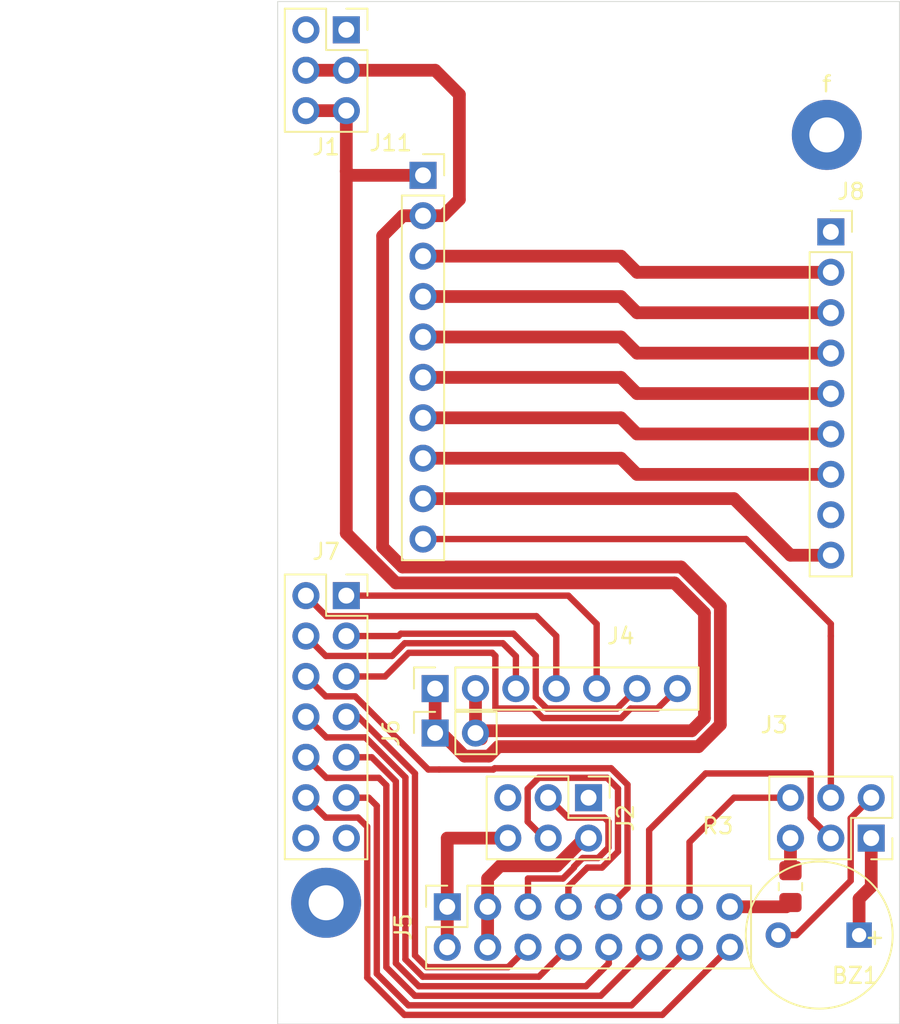
<source format=kicad_pcb>
(kicad_pcb (version 20171130) (host pcbnew "(5.1.7)-1")

  (general
    (thickness 1.6)
    (drawings 17)
    (tracks 200)
    (zones 0)
    (modules 13)
    (nets 38)
  )

  (page A4)
  (layers
    (0 F.Cu signal)
    (31 B.Cu signal)
    (32 B.Adhes user)
    (33 F.Adhes user)
    (34 B.Paste user)
    (35 F.Paste user)
    (36 B.SilkS user)
    (37 F.SilkS user)
    (38 B.Mask user)
    (39 F.Mask user)
    (40 Dwgs.User user)
    (41 Cmts.User user)
    (42 Eco1.User user)
    (43 Eco2.User user)
    (44 Edge.Cuts user)
    (45 Margin user)
    (46 B.CrtYd user)
    (47 F.CrtYd user)
    (48 B.Fab user)
    (49 F.Fab user)
  )

  (setup
    (last_trace_width 0.4)
    (trace_clearance 0.2)
    (zone_clearance 0.508)
    (zone_45_only no)
    (trace_min 0.2)
    (via_size 0.8)
    (via_drill 0.4)
    (via_min_size 0.4)
    (via_min_drill 0.3)
    (uvia_size 0.3)
    (uvia_drill 0.1)
    (uvias_allowed no)
    (uvia_min_size 0.2)
    (uvia_min_drill 0.1)
    (edge_width 0.05)
    (segment_width 0.2)
    (pcb_text_width 0.3)
    (pcb_text_size 1.5 1.5)
    (mod_edge_width 0.12)
    (mod_text_size 1 1)
    (mod_text_width 0.15)
    (pad_size 1.524 1.524)
    (pad_drill 0.762)
    (pad_to_mask_clearance 0)
    (aux_axis_origin 124.714 81.788)
    (visible_elements 7FFFFFFF)
    (pcbplotparams
      (layerselection 0x210a0_7fffffff)
      (usegerberextensions false)
      (usegerberattributes true)
      (usegerberadvancedattributes true)
      (creategerberjobfile false)
      (excludeedgelayer true)
      (linewidth 0.100000)
      (plotframeref false)
      (viasonmask false)
      (mode 1)
      (useauxorigin true)
      (hpglpennumber 1)
      (hpglpenspeed 20)
      (hpglpendiameter 15.000000)
      (psnegative false)
      (psa4output false)
      (plotreference false)
      (plotvalue false)
      (plotinvisibletext false)
      (padsonsilk true)
      (subtractmaskfromsilk false)
      (outputformat 1)
      (mirror false)
      (drillshape 0)
      (scaleselection 1)
      (outputdirectory "output/"))
  )

  (net 0 "")
  (net 1 /GND)
  (net 2 "Net-(J2-Pad1)")
  (net 3 /RES)
  (net 4 /SDA)
  (net 5 /SCK)
  (net 6 /RS)
  (net 7 /CS)
  (net 8 /M0)
  (net 9 /M1)
  (net 10 /TXD)
  (net 11 /RXD)
  (net 12 /AUX)
  (net 13 /BL)
  (net 14 /VCC)
  (net 15 "Net-(J2-Pad5)")
  (net 16 /BZ)
  (net 17 /A13)
  (net 18 /A11)
  (net 19 /A9)
  (net 20 /A7)
  (net 21 /A5)
  (net 22 /A3)
  (net 23 /D45)
  (net 24 /BLR)
  (net 25 /D33)
  (net 26 "Net-(J7-Pad14)")
  (net 27 "Net-(J7-Pad13)")
  (net 28 "Net-(J5-Pad16)")
  (net 29 "Net-(J5-Pad14)")
  (net 30 "Net-(J5-Pad12)")
  (net 31 "Net-(J5-Pad10)")
  (net 32 "Net-(J5-Pad8)")
  (net 33 "Net-(J8-Pad8)")
  (net 34 "Net-(J8-Pad1)")
  (net 35 "Net-(BZ1-Pad2)")
  (net 36 "Net-(J1-Pad1)")
  (net 37 /D24)

  (net_class Default "This is the default net class."
    (clearance 0.2)
    (trace_width 0.4)
    (via_dia 0.8)
    (via_drill 0.4)
    (uvia_dia 0.3)
    (uvia_drill 0.1)
    (add_net /AUX)
    (add_net /CS)
    (add_net /D24)
    (add_net /D45)
    (add_net /M0)
    (add_net /M1)
    (add_net /RES)
    (add_net /RS)
    (add_net /RXD)
    (add_net /SCK)
    (add_net /SDA)
    (add_net /TXD)
    (add_net "Net-(BZ1-Pad2)")
    (add_net "Net-(J1-Pad1)")
    (add_net "Net-(J2-Pad1)")
    (add_net "Net-(J2-Pad5)")
    (add_net "Net-(J5-Pad10)")
    (add_net "Net-(J5-Pad12)")
    (add_net "Net-(J5-Pad14)")
    (add_net "Net-(J5-Pad16)")
    (add_net "Net-(J5-Pad8)")
    (add_net "Net-(J7-Pad13)")
    (add_net "Net-(J7-Pad14)")
    (add_net "Net-(J8-Pad1)")
    (add_net "Net-(J8-Pad8)")
  )

  (net_class Power ""
    (clearance 0.2)
    (trace_width 0.8)
    (via_dia 0.8)
    (via_drill 0.4)
    (uvia_dia 0.3)
    (uvia_drill 0.1)
    (add_net /A11)
    (add_net /A13)
    (add_net /A3)
    (add_net /A5)
    (add_net /A7)
    (add_net /A9)
    (add_net /BL)
    (add_net /BLR)
    (add_net /BZ)
    (add_net /D33)
    (add_net /GND)
    (add_net /VCC)
  )

  (module MountingHole:MountingHole_2.2mm_M2_Pad (layer F.Cu) (tedit 56D1B4CB) (tstamp 63D296CA)
    (at 127.762 75.184)
    (descr "Mounting Hole 2.2mm, M2")
    (tags "mounting hole 2.2mm m2")
    (attr virtual)
    (fp_text reference e (at -2.032 2.286) (layer F.SilkS) hide
      (effects (font (size 1 1) (thickness 0.15)))
    )
    (fp_text value "" (at 0 3.2) (layer F.Fab) hide
      (effects (font (size 1 1) (thickness 0.15)))
    )
    (fp_text user %R (at 0.3 0) (layer F.Fab) hide
      (effects (font (size 1 1) (thickness 0.15)))
    )
    (fp_circle (center 0 0) (end 2.2 0) (layer Cmts.User) (width 0.15))
    (fp_circle (center 0 0) (end 2.45 0) (layer F.CrtYd) (width 0.05))
    (pad 1 thru_hole circle (at 0 0) (size 4.4 4.4) (drill 2.2) (layers *.Cu *.Mask))
  )

  (module MountingHole:MountingHole_2.2mm_M2_Pad (layer F.Cu) (tedit 56D1B4CB) (tstamp 63D29682)
    (at 159.258 26.924)
    (descr "Mounting Hole 2.2mm, M2")
    (tags "mounting hole 2.2mm m2")
    (attr virtual)
    (fp_text reference f (at 0 -3.2) (layer F.SilkS)
      (effects (font (size 1 1) (thickness 0.15)))
    )
    (fp_text value "" (at 0 3.2) (layer F.Fab) hide
      (effects (font (size 1 1) (thickness 0.15)))
    )
    (fp_text user %R (at 0.3 0) (layer F.Fab) hide
      (effects (font (size 1 1) (thickness 0.15)))
    )
    (fp_circle (center 0 0) (end 2.2 0) (layer Cmts.User) (width 0.15))
    (fp_circle (center 0 0) (end 2.45 0) (layer F.CrtYd) (width 0.05))
    (pad 1 thru_hole circle (at 0 0) (size 4.4 4.4) (drill 2.2) (layers *.Cu *.Mask))
  )

  (module Connector_PinSocket_2.54mm:PinSocket_1x02_P2.54mm_Vertical (layer F.Cu) (tedit 5A19A420) (tstamp 63D2809C)
    (at 134.62 64.516 90)
    (descr "Through hole straight socket strip, 1x02, 2.54mm pitch, single row (from Kicad 4.0.7), script generated")
    (tags "Through hole socket strip THT 1x02 2.54mm single row")
    (path /63F1F757)
    (fp_text reference J6 (at 0 -2.77 90) (layer F.SilkS)
      (effects (font (size 1 1) (thickness 0.15)))
    )
    (fp_text value PWR (at 0 5.31 90) (layer F.Fab)
      (effects (font (size 1 1) (thickness 0.15)))
    )
    (fp_text user %R (at 0 1.27) (layer F.Fab)
      (effects (font (size 1 1) (thickness 0.15)))
    )
    (fp_line (start -1.27 -1.27) (end 0.635 -1.27) (layer F.Fab) (width 0.1))
    (fp_line (start 0.635 -1.27) (end 1.27 -0.635) (layer F.Fab) (width 0.1))
    (fp_line (start 1.27 -0.635) (end 1.27 3.81) (layer F.Fab) (width 0.1))
    (fp_line (start 1.27 3.81) (end -1.27 3.81) (layer F.Fab) (width 0.1))
    (fp_line (start -1.27 3.81) (end -1.27 -1.27) (layer F.Fab) (width 0.1))
    (fp_line (start -1.33 1.27) (end 1.33 1.27) (layer F.SilkS) (width 0.12))
    (fp_line (start -1.33 1.27) (end -1.33 3.87) (layer F.SilkS) (width 0.12))
    (fp_line (start -1.33 3.87) (end 1.33 3.87) (layer F.SilkS) (width 0.12))
    (fp_line (start 1.33 1.27) (end 1.33 3.87) (layer F.SilkS) (width 0.12))
    (fp_line (start 1.33 -1.33) (end 1.33 0) (layer F.SilkS) (width 0.12))
    (fp_line (start 0 -1.33) (end 1.33 -1.33) (layer F.SilkS) (width 0.12))
    (fp_line (start -1.8 -1.8) (end 1.75 -1.8) (layer F.CrtYd) (width 0.05))
    (fp_line (start 1.75 -1.8) (end 1.75 4.3) (layer F.CrtYd) (width 0.05))
    (fp_line (start 1.75 4.3) (end -1.8 4.3) (layer F.CrtYd) (width 0.05))
    (fp_line (start -1.8 4.3) (end -1.8 -1.8) (layer F.CrtYd) (width 0.05))
    (pad 2 thru_hole oval (at 0 2.54 90) (size 1.7 1.7) (drill 1) (layers *.Cu *.Mask)
      (net 14 /VCC))
    (pad 1 thru_hole rect (at 0 0 90) (size 1.7 1.7) (drill 1) (layers *.Cu *.Mask)
      (net 1 /GND))
    (model ${KISYS3DMOD}/Connector_PinSocket_2.54mm.3dshapes/PinSocket_1x02_P2.54mm_Vertical.wrl
      (at (xyz 0 0 0))
      (scale (xyz 1 1 1))
      (rotate (xyz 0 0 0))
    )
  )

  (module Buzzer_Beeper:MagneticBuzzer_PUI_AT-0927-TT-6-R (layer F.Cu) (tedit 5D61BE61) (tstamp 5FA6C8DA)
    (at 160.782 77.216 180)
    (descr "Buzzer Magnetic 9mm AT-0927-TT-6-R, http://www.puiaudio.com/pdf/AT-0927-TT-6-R.pdf")
    (tags "Buzzer Magnetic 9mm AT-0927-TT-6-R")
    (path /5FA7B97D)
    (fp_text reference BZ1 (at -0.254 -2.54) (layer F.SilkS)
      (effects (font (size 1 1) (thickness 0.15)))
    )
    (fp_text value Buzzer (at -0.254 -3.556) (layer F.Fab)
      (effects (font (size 1 1) (thickness 0.15)))
    )
    (fp_circle (center 2 0) (end 6.75 0) (layer F.CrtYd) (width 0.05))
    (fp_circle (center 2 0) (end 6.5 0) (layer F.Fab) (width 0.1))
    (fp_circle (center 2 0) (end 6.62 0) (layer F.SilkS) (width 0.12))
    (fp_text user + (at -1.5 -0.1) (layer F.SilkS)
      (effects (font (size 1 1) (thickness 0.15)))
    )
    (fp_text user + (at -1.5 -0.1) (layer F.Fab)
      (effects (font (size 1 1) (thickness 0.15)))
    )
    (fp_text user %R (at -0.254 -2.54) (layer F.Fab)
      (effects (font (size 1 1) (thickness 0.15)))
    )
    (pad 2 thru_hole circle (at 4.572 0 180) (size 1.6 1.6) (drill 0.9) (layers *.Cu *.Mask)
      (net 35 "Net-(BZ1-Pad2)"))
    (pad 1 thru_hole rect (at -0.508 0 180) (size 1.6 1.6) (drill 0.9) (layers *.Cu *.Mask)
      (net 16 /BZ))
    (model ${KISYS3DMOD}/Buzzer_Beeper.3dshapes/MagneticBuzzer_PUI_AT-0927-TT-6-R.wrl
      (at (xyz 0 0 0))
      (scale (xyz 1 1 1))
      (rotate (xyz 0 0 0))
    )
  )

  (module Connector_PinSocket_2.54mm:PinSocket_2x08_P2.54mm_Vertical (layer F.Cu) (tedit 5A19A42B) (tstamp 63D1B24C)
    (at 135.382 75.438 90)
    (descr "Through hole straight socket strip, 2x08, 2.54mm pitch, double cols (from Kicad 4.0.7), script generated")
    (tags "Through hole socket strip THT 2x08 2.54mm double row")
    (path /63E7E48A)
    (fp_text reference J5 (at -1.27 -2.77 90) (layer F.SilkS)
      (effects (font (size 1 1) (thickness 0.15)))
    )
    (fp_text value DispKB (at -1.27 20.55 90) (layer F.Fab)
      (effects (font (size 1 1) (thickness 0.15)))
    )
    (fp_text user %R (at -1.27 8.89) (layer F.Fab)
      (effects (font (size 1 1) (thickness 0.15)))
    )
    (fp_line (start -3.81 -1.27) (end 0.27 -1.27) (layer F.Fab) (width 0.1))
    (fp_line (start 0.27 -1.27) (end 1.27 -0.27) (layer F.Fab) (width 0.1))
    (fp_line (start 1.27 -0.27) (end 1.27 19.05) (layer F.Fab) (width 0.1))
    (fp_line (start 1.27 19.05) (end -3.81 19.05) (layer F.Fab) (width 0.1))
    (fp_line (start -3.81 19.05) (end -3.81 -1.27) (layer F.Fab) (width 0.1))
    (fp_line (start -3.87 -1.33) (end -1.27 -1.33) (layer F.SilkS) (width 0.12))
    (fp_line (start -3.87 -1.33) (end -3.87 19.11) (layer F.SilkS) (width 0.12))
    (fp_line (start -3.87 19.11) (end 1.33 19.11) (layer F.SilkS) (width 0.12))
    (fp_line (start 1.33 1.27) (end 1.33 19.11) (layer F.SilkS) (width 0.12))
    (fp_line (start -1.27 1.27) (end 1.33 1.27) (layer F.SilkS) (width 0.12))
    (fp_line (start -1.27 -1.33) (end -1.27 1.27) (layer F.SilkS) (width 0.12))
    (fp_line (start 1.33 -1.33) (end 1.33 0) (layer F.SilkS) (width 0.12))
    (fp_line (start 0 -1.33) (end 1.33 -1.33) (layer F.SilkS) (width 0.12))
    (fp_line (start -4.34 -1.8) (end 1.76 -1.8) (layer F.CrtYd) (width 0.05))
    (fp_line (start 1.76 -1.8) (end 1.76 19.55) (layer F.CrtYd) (width 0.05))
    (fp_line (start 1.76 19.55) (end -4.34 19.55) (layer F.CrtYd) (width 0.05))
    (fp_line (start -4.34 19.55) (end -4.34 -1.8) (layer F.CrtYd) (width 0.05))
    (pad 16 thru_hole oval (at -2.54 17.78 90) (size 1.7 1.7) (drill 1) (layers *.Cu *.Mask)
      (net 28 "Net-(J5-Pad16)"))
    (pad 15 thru_hole oval (at 0 17.78 90) (size 1.7 1.7) (drill 1) (layers *.Cu *.Mask)
      (net 13 /BL))
    (pad 14 thru_hole oval (at -2.54 15.24 90) (size 1.7 1.7) (drill 1) (layers *.Cu *.Mask)
      (net 29 "Net-(J5-Pad14)"))
    (pad 13 thru_hole oval (at 0 15.24 90) (size 1.7 1.7) (drill 1) (layers *.Cu *.Mask)
      (net 7 /CS))
    (pad 12 thru_hole oval (at -2.54 12.7 90) (size 1.7 1.7) (drill 1) (layers *.Cu *.Mask)
      (net 30 "Net-(J5-Pad12)"))
    (pad 11 thru_hole oval (at 0 12.7 90) (size 1.7 1.7) (drill 1) (layers *.Cu *.Mask)
      (net 6 /RS))
    (pad 10 thru_hole oval (at -2.54 10.16 90) (size 1.7 1.7) (drill 1) (layers *.Cu *.Mask)
      (net 31 "Net-(J5-Pad10)"))
    (pad 9 thru_hole oval (at 0 10.16 90) (size 1.7 1.7) (drill 1) (layers *.Cu *.Mask)
      (net 3 /RES))
    (pad 8 thru_hole oval (at -2.54 7.62 90) (size 1.7 1.7) (drill 1) (layers *.Cu *.Mask)
      (net 32 "Net-(J5-Pad8)"))
    (pad 7 thru_hole oval (at 0 7.62 90) (size 1.7 1.7) (drill 1) (layers *.Cu *.Mask)
      (net 4 /SDA))
    (pad 6 thru_hole oval (at -2.54 5.08 90) (size 1.7 1.7) (drill 1) (layers *.Cu *.Mask)
      (net 37 /D24))
    (pad 5 thru_hole oval (at 0 5.08 90) (size 1.7 1.7) (drill 1) (layers *.Cu *.Mask)
      (net 5 /SCK))
    (pad 4 thru_hole oval (at -2.54 2.54 90) (size 1.7 1.7) (drill 1) (layers *.Cu *.Mask)
      (net 14 /VCC))
    (pad 3 thru_hole oval (at 0 2.54 90) (size 1.7 1.7) (drill 1) (layers *.Cu *.Mask)
      (net 14 /VCC))
    (pad 2 thru_hole oval (at -2.54 0 90) (size 1.7 1.7) (drill 1) (layers *.Cu *.Mask)
      (net 1 /GND))
    (pad 1 thru_hole rect (at 0 0 90) (size 1.7 1.7) (drill 1) (layers *.Cu *.Mask)
      (net 1 /GND))
    (model ${KISYS3DMOD}/Connector_PinSocket_2.54mm.3dshapes/PinSocket_2x08_P2.54mm_Vertical.wrl
      (at (xyz 0 0 0))
      (scale (xyz 1 1 1))
      (rotate (xyz 0 0 0))
    )
  )

  (module Connector_PinSocket_2.54mm:PinSocket_2x07_P2.54mm_Vertical (layer F.Cu) (tedit 5A19A421) (tstamp 63D29771)
    (at 129.032 55.88)
    (descr "Through hole straight socket strip, 2x07, 2.54mm pitch, double cols (from Kicad 4.0.7), script generated")
    (tags "Through hole socket strip THT 2x07 2.54mm double row")
    (path /63D198B1)
    (fp_text reference J7 (at -1.27 -2.77) (layer F.SilkS)
      (effects (font (size 1 1) (thickness 0.15)))
    )
    (fp_text value Conn_02x07_Odd_Even (at -13.208 10.668) (layer F.Fab)
      (effects (font (size 1 1) (thickness 0.15)))
    )
    (fp_text user %R (at -1.27 7.62 90) (layer F.Fab)
      (effects (font (size 1 1) (thickness 0.15)))
    )
    (fp_line (start -3.81 -1.27) (end 0.27 -1.27) (layer F.Fab) (width 0.1))
    (fp_line (start 0.27 -1.27) (end 1.27 -0.27) (layer F.Fab) (width 0.1))
    (fp_line (start 1.27 -0.27) (end 1.27 16.51) (layer F.Fab) (width 0.1))
    (fp_line (start 1.27 16.51) (end -3.81 16.51) (layer F.Fab) (width 0.1))
    (fp_line (start -3.81 16.51) (end -3.81 -1.27) (layer F.Fab) (width 0.1))
    (fp_line (start -3.87 -1.33) (end -1.27 -1.33) (layer F.SilkS) (width 0.12))
    (fp_line (start -3.87 -1.33) (end -3.87 16.57) (layer F.SilkS) (width 0.12))
    (fp_line (start -3.87 16.57) (end 1.33 16.57) (layer F.SilkS) (width 0.12))
    (fp_line (start 1.33 1.27) (end 1.33 16.57) (layer F.SilkS) (width 0.12))
    (fp_line (start -1.27 1.27) (end 1.33 1.27) (layer F.SilkS) (width 0.12))
    (fp_line (start -1.27 -1.33) (end -1.27 1.27) (layer F.SilkS) (width 0.12))
    (fp_line (start 1.33 -1.33) (end 1.33 0) (layer F.SilkS) (width 0.12))
    (fp_line (start 0 -1.33) (end 1.33 -1.33) (layer F.SilkS) (width 0.12))
    (fp_line (start -4.34 -1.8) (end 1.76 -1.8) (layer F.CrtYd) (width 0.05))
    (fp_line (start 1.76 -1.8) (end 1.76 17) (layer F.CrtYd) (width 0.05))
    (fp_line (start 1.76 17) (end -4.34 17) (layer F.CrtYd) (width 0.05))
    (fp_line (start -4.34 17) (end -4.34 -1.8) (layer F.CrtYd) (width 0.05))
    (pad 14 thru_hole oval (at -2.54 15.24) (size 1.7 1.7) (drill 1) (layers *.Cu *.Mask)
      (net 26 "Net-(J7-Pad14)"))
    (pad 13 thru_hole oval (at 0 15.24) (size 1.7 1.7) (drill 1) (layers *.Cu *.Mask)
      (net 27 "Net-(J7-Pad13)"))
    (pad 12 thru_hole oval (at -2.54 12.7) (size 1.7 1.7) (drill 1) (layers *.Cu *.Mask)
      (net 28 "Net-(J5-Pad16)"))
    (pad 11 thru_hole oval (at 0 12.7) (size 1.7 1.7) (drill 1) (layers *.Cu *.Mask)
      (net 29 "Net-(J5-Pad14)"))
    (pad 10 thru_hole oval (at -2.54 10.16) (size 1.7 1.7) (drill 1) (layers *.Cu *.Mask)
      (net 30 "Net-(J5-Pad12)"))
    (pad 9 thru_hole oval (at 0 10.16) (size 1.7 1.7) (drill 1) (layers *.Cu *.Mask)
      (net 31 "Net-(J5-Pad10)"))
    (pad 8 thru_hole oval (at -2.54 7.62) (size 1.7 1.7) (drill 1) (layers *.Cu *.Mask)
      (net 32 "Net-(J5-Pad8)"))
    (pad 7 thru_hole oval (at 0 7.62) (size 1.7 1.7) (drill 1) (layers *.Cu *.Mask)
      (net 37 /D24))
    (pad 6 thru_hole oval (at -2.54 5.08) (size 1.7 1.7) (drill 1) (layers *.Cu *.Mask)
      (net 3 /RES))
    (pad 5 thru_hole oval (at 0 5.08) (size 1.7 1.7) (drill 1) (layers *.Cu *.Mask)
      (net 8 /M0))
    (pad 4 thru_hole oval (at -2.54 2.54) (size 1.7 1.7) (drill 1) (layers *.Cu *.Mask)
      (net 12 /AUX))
    (pad 3 thru_hole oval (at 0 2.54) (size 1.7 1.7) (drill 1) (layers *.Cu *.Mask)
      (net 9 /M1))
    (pad 2 thru_hole oval (at -2.54 0) (size 1.7 1.7) (drill 1) (layers *.Cu *.Mask)
      (net 11 /RXD))
    (pad 1 thru_hole rect (at 0 0) (size 1.7 1.7) (drill 1) (layers *.Cu *.Mask)
      (net 10 /TXD))
    (model ${KISYS3DMOD}/Connector_PinSocket_2.54mm.3dshapes/PinSocket_2x07_P2.54mm_Vertical.wrl
      (at (xyz 0 0 0))
      (scale (xyz 1 1 1))
      (rotate (xyz 0 0 0))
    )
  )

  (module Connector_PinSocket_2.54mm:PinSocket_1x09_P2.54mm_Vertical (layer F.Cu) (tedit 5A19A431) (tstamp 5FBF1407)
    (at 159.512 33.02)
    (descr "Through hole straight socket strip, 1x09, 2.54mm pitch, single row (from Kicad 4.0.7), script generated")
    (tags "Through hole socket strip THT 1x09 2.54mm single row")
    (path /5FD2FF4E)
    (fp_text reference J8 (at 1.27 -2.54) (layer F.SilkS)
      (effects (font (size 1 1) (thickness 0.15)))
    )
    (fp_text value A1-D33 (at 2.54 5.08 270 unlocked) (layer F.Fab)
      (effects (font (size 1 1) (thickness 0.15)))
    )
    (fp_line (start -1.8 22.1) (end -1.8 -1.8) (layer F.CrtYd) (width 0.05))
    (fp_line (start 1.75 22.1) (end -1.8 22.1) (layer F.CrtYd) (width 0.05))
    (fp_line (start 1.75 -1.8) (end 1.75 22.1) (layer F.CrtYd) (width 0.05))
    (fp_line (start -1.8 -1.8) (end 1.75 -1.8) (layer F.CrtYd) (width 0.05))
    (fp_line (start 0 -1.33) (end 1.33 -1.33) (layer F.SilkS) (width 0.12))
    (fp_line (start 1.33 -1.33) (end 1.33 0) (layer F.SilkS) (width 0.12))
    (fp_line (start 1.33 1.27) (end 1.33 21.65) (layer F.SilkS) (width 0.12))
    (fp_line (start -1.33 21.65) (end 1.33 21.65) (layer F.SilkS) (width 0.12))
    (fp_line (start -1.33 1.27) (end -1.33 21.65) (layer F.SilkS) (width 0.12))
    (fp_line (start -1.33 1.27) (end 1.33 1.27) (layer F.SilkS) (width 0.12))
    (fp_line (start -1.27 21.59) (end -1.27 -1.27) (layer F.Fab) (width 0.1))
    (fp_line (start 1.27 21.59) (end -1.27 21.59) (layer F.Fab) (width 0.1))
    (fp_line (start 1.27 -0.635) (end 1.27 21.59) (layer F.Fab) (width 0.1))
    (fp_line (start 0.635 -1.27) (end 1.27 -0.635) (layer F.Fab) (width 0.1))
    (fp_line (start -1.27 -1.27) (end 0.635 -1.27) (layer F.Fab) (width 0.1))
    (fp_text user %R (at 0 10.16 90) (layer F.Fab)
      (effects (font (size 1 1) (thickness 0.15)))
    )
    (pad 9 thru_hole oval (at 0 20.32) (size 1.7 1.7) (drill 1) (layers *.Cu *.Mask)
      (net 25 /D33))
    (pad 8 thru_hole oval (at 0 17.78) (size 1.7 1.7) (drill 1) (layers *.Cu *.Mask)
      (net 33 "Net-(J8-Pad8)"))
    (pad 7 thru_hole oval (at 0 15.24) (size 1.7 1.7) (drill 1) (layers *.Cu *.Mask)
      (net 17 /A13))
    (pad 6 thru_hole oval (at 0 12.7) (size 1.7 1.7) (drill 1) (layers *.Cu *.Mask)
      (net 18 /A11))
    (pad 5 thru_hole oval (at 0 10.16) (size 1.7 1.7) (drill 1) (layers *.Cu *.Mask)
      (net 19 /A9))
    (pad 4 thru_hole oval (at 0 7.62) (size 1.7 1.7) (drill 1) (layers *.Cu *.Mask)
      (net 20 /A7))
    (pad 3 thru_hole oval (at 0 5.08) (size 1.7 1.7) (drill 1) (layers *.Cu *.Mask)
      (net 21 /A5))
    (pad 2 thru_hole oval (at 0 2.54) (size 1.7 1.7) (drill 1) (layers *.Cu *.Mask)
      (net 22 /A3))
    (pad 1 thru_hole rect (at 0 0) (size 1.7 1.7) (drill 1) (layers *.Cu *.Mask)
      (net 34 "Net-(J8-Pad1)"))
    (model ${KISYS3DMOD}/Connector_PinSocket_2.54mm.3dshapes/PinSocket_1x09_P2.54mm_Vertical.wrl
      (at (xyz 0 0 0))
      (scale (xyz 1 1 1))
      (rotate (xyz 0 0 0))
    )
  )

  (module Connector_PinSocket_2.54mm:PinSocket_1x10_P2.54mm_Vertical (layer F.Cu) (tedit 5A19A425) (tstamp 5FABCCFF)
    (at 133.858 29.464)
    (descr "Through hole straight socket strip, 1x10, 2.54mm pitch, single row (from Kicad 4.0.7), script generated")
    (tags "Through hole socket strip THT 1x10 2.54mm single row")
    (path /5FB2363E)
    (fp_text reference J11 (at -2.032 -2.032) (layer F.SilkS)
      (effects (font (size 1 1) (thickness 0.15)))
    )
    (fp_text value IO (at -2.54 -0.508) (layer F.Fab)
      (effects (font (size 1 1) (thickness 0.15)))
    )
    (fp_line (start -1.8 24.6) (end -1.8 -1.8) (layer F.CrtYd) (width 0.05))
    (fp_line (start 1.75 24.6) (end -1.8 24.6) (layer F.CrtYd) (width 0.05))
    (fp_line (start 1.75 -1.8) (end 1.75 24.6) (layer F.CrtYd) (width 0.05))
    (fp_line (start -1.8 -1.8) (end 1.75 -1.8) (layer F.CrtYd) (width 0.05))
    (fp_line (start 0 -1.33) (end 1.33 -1.33) (layer F.SilkS) (width 0.12))
    (fp_line (start 1.33 -1.33) (end 1.33 0) (layer F.SilkS) (width 0.12))
    (fp_line (start 1.33 1.27) (end 1.33 24.19) (layer F.SilkS) (width 0.12))
    (fp_line (start -1.33 24.19) (end 1.33 24.19) (layer F.SilkS) (width 0.12))
    (fp_line (start -1.33 1.27) (end -1.33 24.19) (layer F.SilkS) (width 0.12))
    (fp_line (start -1.33 1.27) (end 1.33 1.27) (layer F.SilkS) (width 0.12))
    (fp_line (start -1.27 24.13) (end -1.27 -1.27) (layer F.Fab) (width 0.1))
    (fp_line (start 1.27 24.13) (end -1.27 24.13) (layer F.Fab) (width 0.1))
    (fp_line (start 1.27 -0.635) (end 1.27 24.13) (layer F.Fab) (width 0.1))
    (fp_line (start 0.635 -1.27) (end 1.27 -0.635) (layer F.Fab) (width 0.1))
    (fp_line (start -1.27 -1.27) (end 0.635 -1.27) (layer F.Fab) (width 0.1))
    (fp_text user %R (at 0 11.43 90) (layer F.Fab)
      (effects (font (size 1 1) (thickness 0.15)))
    )
    (pad 1 thru_hole rect (at 0 0) (size 1.7 1.7) (drill 1) (layers *.Cu *.Mask)
      (net 14 /VCC))
    (pad 2 thru_hole oval (at 0 2.54) (size 1.7 1.7) (drill 1) (layers *.Cu *.Mask)
      (net 1 /GND))
    (pad 3 thru_hole oval (at 0 5.08) (size 1.7 1.7) (drill 1) (layers *.Cu *.Mask)
      (net 22 /A3))
    (pad 4 thru_hole oval (at 0 7.62) (size 1.7 1.7) (drill 1) (layers *.Cu *.Mask)
      (net 21 /A5))
    (pad 5 thru_hole oval (at 0 10.16) (size 1.7 1.7) (drill 1) (layers *.Cu *.Mask)
      (net 20 /A7))
    (pad 6 thru_hole oval (at 0 12.7) (size 1.7 1.7) (drill 1) (layers *.Cu *.Mask)
      (net 19 /A9))
    (pad 7 thru_hole oval (at 0 15.24) (size 1.7 1.7) (drill 1) (layers *.Cu *.Mask)
      (net 18 /A11))
    (pad 8 thru_hole oval (at 0 17.78) (size 1.7 1.7) (drill 1) (layers *.Cu *.Mask)
      (net 17 /A13))
    (pad 9 thru_hole oval (at 0 20.32) (size 1.7 1.7) (drill 1) (layers *.Cu *.Mask)
      (net 25 /D33))
    (pad 10 thru_hole oval (at 0 22.86) (size 1.7 1.7) (drill 1) (layers *.Cu *.Mask)
      (net 23 /D45))
    (model ${KISYS3DMOD}/Connector_PinSocket_2.54mm.3dshapes/PinSocket_1x10_P2.54mm_Vertical.wrl
      (at (xyz 0 0 0))
      (scale (xyz 1 1 1))
      (rotate (xyz 0 0 0))
    )
  )

  (module Connector_PinSocket_2.54mm:PinSocket_2x03_P2.54mm_Vertical (layer F.Cu) (tedit 5A19A425) (tstamp 5FBF1259)
    (at 162.052 71.12 270)
    (descr "Through hole straight socket strip, 2x03, 2.54mm pitch, double cols (from Kicad 4.0.7), script generated")
    (tags "Through hole socket strip THT 2x03 2.54mm double row")
    (path /5FB16C50)
    (fp_text reference J3 (at -7.112 6.096 180) (layer F.SilkS)
      (effects (font (size 1 1) (thickness 0.15)))
    )
    (fp_text value D44-49 (at -5.588 4.064 180) (layer F.Fab)
      (effects (font (size 1 1) (thickness 0.15)))
    )
    (fp_line (start -3.81 -1.27) (end 0.27 -1.27) (layer F.Fab) (width 0.1))
    (fp_line (start 0.27 -1.27) (end 1.27 -0.27) (layer F.Fab) (width 0.1))
    (fp_line (start 1.27 -0.27) (end 1.27 6.35) (layer F.Fab) (width 0.1))
    (fp_line (start 1.27 6.35) (end -3.81 6.35) (layer F.Fab) (width 0.1))
    (fp_line (start -3.81 6.35) (end -3.81 -1.27) (layer F.Fab) (width 0.1))
    (fp_line (start -3.87 -1.33) (end -1.27 -1.33) (layer F.SilkS) (width 0.12))
    (fp_line (start -3.87 -1.33) (end -3.87 6.41) (layer F.SilkS) (width 0.12))
    (fp_line (start -3.87 6.41) (end 1.33 6.41) (layer F.SilkS) (width 0.12))
    (fp_line (start 1.33 1.27) (end 1.33 6.41) (layer F.SilkS) (width 0.12))
    (fp_line (start -1.27 1.27) (end 1.33 1.27) (layer F.SilkS) (width 0.12))
    (fp_line (start -1.27 -1.33) (end -1.27 1.27) (layer F.SilkS) (width 0.12))
    (fp_line (start 1.33 -1.33) (end 1.33 0) (layer F.SilkS) (width 0.12))
    (fp_line (start 0 -1.33) (end 1.33 -1.33) (layer F.SilkS) (width 0.12))
    (fp_line (start -4.34 -1.8) (end 1.76 -1.8) (layer F.CrtYd) (width 0.05))
    (fp_line (start 1.76 -1.8) (end 1.76 6.85) (layer F.CrtYd) (width 0.05))
    (fp_line (start 1.76 6.85) (end -4.34 6.85) (layer F.CrtYd) (width 0.05))
    (fp_line (start -4.34 6.85) (end -4.34 -1.8) (layer F.CrtYd) (width 0.05))
    (fp_text user %R (at -7.112 6.096) (layer F.Fab)
      (effects (font (size 1 1) (thickness 0.15)))
    )
    (pad 6 thru_hole oval (at -2.54 5.08 270) (size 1.7 1.7) (drill 1) (layers *.Cu *.Mask)
      (net 7 /CS))
    (pad 5 thru_hole oval (at 0 5.08 270) (size 1.7 1.7) (drill 1) (layers *.Cu *.Mask)
      (net 24 /BLR))
    (pad 4 thru_hole oval (at -2.54 2.54 270) (size 1.7 1.7) (drill 1) (layers *.Cu *.Mask)
      (net 23 /D45))
    (pad 3 thru_hole oval (at 0 2.54 270) (size 1.7 1.7) (drill 1) (layers *.Cu *.Mask)
      (net 6 /RS))
    (pad 2 thru_hole oval (at -2.54 0 270) (size 1.7 1.7) (drill 1) (layers *.Cu *.Mask)
      (net 35 "Net-(BZ1-Pad2)"))
    (pad 1 thru_hole rect (at 0 0 270) (size 1.7 1.7) (drill 1) (layers *.Cu *.Mask)
      (net 16 /BZ))
    (model ${KISYS3DMOD}/Connector_PinSocket_2.54mm.3dshapes/PinSocket_2x03_P2.54mm_Vertical.wrl
      (at (xyz 0 0 0))
      (scale (xyz 1 1 1))
      (rotate (xyz 0 0 0))
    )
  )

  (module Connector_PinHeader_2.54mm:PinHeader_2x03_P2.54mm_Vertical (layer F.Cu) (tedit 59FED5CC) (tstamp 5FA6C912)
    (at 144.272 68.58 270)
    (descr "Through hole straight pin header, 2x03, 2.54mm pitch, double rows")
    (tags "Through hole pin header THT 2x03 2.54mm double row")
    (path /5FA666AD)
    (fp_text reference J2 (at 1.27 -2.33 90) (layer F.SilkS)
      (effects (font (size 1 1) (thickness 0.15)))
    )
    (fp_text value ICSP (at 0.254 7.41 90) (layer F.Fab)
      (effects (font (size 1 1) (thickness 0.15)))
    )
    (fp_line (start 4.35 -1.8) (end -1.8 -1.8) (layer F.CrtYd) (width 0.05))
    (fp_line (start 4.35 6.85) (end 4.35 -1.8) (layer F.CrtYd) (width 0.05))
    (fp_line (start -1.8 6.85) (end 4.35 6.85) (layer F.CrtYd) (width 0.05))
    (fp_line (start -1.8 -1.8) (end -1.8 6.85) (layer F.CrtYd) (width 0.05))
    (fp_line (start -1.33 -1.33) (end 0 -1.33) (layer F.SilkS) (width 0.12))
    (fp_line (start -1.33 0) (end -1.33 -1.33) (layer F.SilkS) (width 0.12))
    (fp_line (start 1.27 -1.33) (end 3.87 -1.33) (layer F.SilkS) (width 0.12))
    (fp_line (start 1.27 1.27) (end 1.27 -1.33) (layer F.SilkS) (width 0.12))
    (fp_line (start -1.33 1.27) (end 1.27 1.27) (layer F.SilkS) (width 0.12))
    (fp_line (start 3.87 -1.33) (end 3.87 6.41) (layer F.SilkS) (width 0.12))
    (fp_line (start -1.33 1.27) (end -1.33 6.41) (layer F.SilkS) (width 0.12))
    (fp_line (start -1.33 6.41) (end 3.87 6.41) (layer F.SilkS) (width 0.12))
    (fp_line (start -1.27 0) (end 0 -1.27) (layer F.Fab) (width 0.1))
    (fp_line (start -1.27 6.35) (end -1.27 0) (layer F.Fab) (width 0.1))
    (fp_line (start 3.81 6.35) (end -1.27 6.35) (layer F.Fab) (width 0.1))
    (fp_line (start 3.81 -1.27) (end 3.81 6.35) (layer F.Fab) (width 0.1))
    (fp_line (start 0 -1.27) (end 3.81 -1.27) (layer F.Fab) (width 0.1))
    (fp_text user %R (at 0.508 8.636 90) (layer F.Fab)
      (effects (font (size 1 1) (thickness 0.15)))
    )
    (pad 6 thru_hole oval (at 2.54 5.08 270) (size 1.7 1.7) (drill 1) (layers *.Cu *.Mask)
      (net 1 /GND))
    (pad 5 thru_hole oval (at 0 5.08 270) (size 1.7 1.7) (drill 1) (layers *.Cu *.Mask)
      (net 15 "Net-(J2-Pad5)"))
    (pad 4 thru_hole oval (at 2.54 2.54 270) (size 1.7 1.7) (drill 1) (layers *.Cu *.Mask)
      (net 4 /SDA))
    (pad 3 thru_hole oval (at 0 2.54 270) (size 1.7 1.7) (drill 1) (layers *.Cu *.Mask)
      (net 5 /SCK))
    (pad 2 thru_hole oval (at 2.54 0 270) (size 1.7 1.7) (drill 1) (layers *.Cu *.Mask)
      (net 14 /VCC))
    (pad 1 thru_hole rect (at 0 0 270) (size 1.7 1.7) (drill 1) (layers *.Cu *.Mask)
      (net 2 "Net-(J2-Pad1)"))
    (model ${KISYS3DMOD}/Connector_PinHeader_2.54mm.3dshapes/PinHeader_2x03_P2.54mm_Vertical.wrl
      (at (xyz 0 0 0))
      (scale (xyz 1 1 1))
      (rotate (xyz 0 0 0))
    )
  )

  (module Resistor_SMD:R_0805_2012Metric_Pad1.20x1.40mm_HandSolder (layer F.Cu) (tedit 5F68FEEE) (tstamp 5FA6C9DC)
    (at 156.972 74.168 270)
    (descr "Resistor SMD 0805 (2012 Metric), square (rectangular) end terminal, IPC_7351 nominal with elongated pad for handsoldering. (Body size source: IPC-SM-782 page 72, https://www.pcb-3d.com/wordpress/wp-content/uploads/ipc-sm-782a_amendment_1_and_2.pdf), generated with kicad-footprint-generator")
    (tags "resistor handsolder")
    (path /5FA8D74B)
    (attr smd)
    (fp_text reference R3 (at -3.81 4.572 180) (layer F.SilkS)
      (effects (font (size 1 1) (thickness 0.15)))
    )
    (fp_text value 39 (at -2.286 4.572 180) (layer F.Fab)
      (effects (font (size 1 1) (thickness 0.15)))
    )
    (fp_line (start 1.85 0.95) (end -1.85 0.95) (layer F.CrtYd) (width 0.05))
    (fp_line (start 1.85 -0.95) (end 1.85 0.95) (layer F.CrtYd) (width 0.05))
    (fp_line (start -1.85 -0.95) (end 1.85 -0.95) (layer F.CrtYd) (width 0.05))
    (fp_line (start -1.85 0.95) (end -1.85 -0.95) (layer F.CrtYd) (width 0.05))
    (fp_line (start -0.227064 0.735) (end 0.227064 0.735) (layer F.SilkS) (width 0.12))
    (fp_line (start -0.227064 -0.735) (end 0.227064 -0.735) (layer F.SilkS) (width 0.12))
    (fp_line (start 1 0.625) (end -1 0.625) (layer F.Fab) (width 0.1))
    (fp_line (start 1 -0.625) (end 1 0.625) (layer F.Fab) (width 0.1))
    (fp_line (start -1 -0.625) (end 1 -0.625) (layer F.Fab) (width 0.1))
    (fp_line (start -1 0.625) (end -1 -0.625) (layer F.Fab) (width 0.1))
    (fp_text user %R (at 0 0 90) (layer F.Fab)
      (effects (font (size 0.5 0.5) (thickness 0.08)))
    )
    (pad 2 smd roundrect (at 1 0 270) (size 1.2 1.4) (layers F.Cu F.Paste F.Mask) (roundrect_rratio 0.2083325)
      (net 13 /BL))
    (pad 1 smd roundrect (at -1 0 270) (size 1.2 1.4) (layers F.Cu F.Paste F.Mask) (roundrect_rratio 0.2083325)
      (net 24 /BLR))
    (model ${KISYS3DMOD}/Resistor_SMD.3dshapes/R_0805_2012Metric.wrl
      (at (xyz 0 0 0))
      (scale (xyz 1 1 1))
      (rotate (xyz 0 0 0))
    )
  )

  (module Connector_PinSocket_2.54mm:PinSocket_1x07_P2.54mm_Vertical (layer F.Cu) (tedit 5A19A433) (tstamp 5FA6C944)
    (at 134.62 61.722 90)
    (descr "Through hole straight socket strip, 1x07, 2.54mm pitch, single row (from Kicad 4.0.7), script generated")
    (tags "Through hole socket strip THT 1x07 2.54mm single row")
    (path /5FA69381)
    (fp_text reference J4 (at 3.302 11.684 180) (layer F.SilkS)
      (effects (font (size 1 1) (thickness 0.15)))
    )
    (fp_text value E32 (at 2.032 12.192 180) (layer F.Fab)
      (effects (font (size 1 1) (thickness 0.15)))
    )
    (fp_line (start -1.8 17) (end -1.8 -1.8) (layer F.CrtYd) (width 0.05))
    (fp_line (start 1.75 17) (end -1.8 17) (layer F.CrtYd) (width 0.05))
    (fp_line (start 1.75 -1.8) (end 1.75 17) (layer F.CrtYd) (width 0.05))
    (fp_line (start -1.8 -1.8) (end 1.75 -1.8) (layer F.CrtYd) (width 0.05))
    (fp_line (start 0 -1.33) (end 1.33 -1.33) (layer F.SilkS) (width 0.12))
    (fp_line (start 1.33 -1.33) (end 1.33 0) (layer F.SilkS) (width 0.12))
    (fp_line (start 1.33 1.27) (end 1.33 16.57) (layer F.SilkS) (width 0.12))
    (fp_line (start -1.33 16.57) (end 1.33 16.57) (layer F.SilkS) (width 0.12))
    (fp_line (start -1.33 1.27) (end -1.33 16.57) (layer F.SilkS) (width 0.12))
    (fp_line (start -1.33 1.27) (end 1.33 1.27) (layer F.SilkS) (width 0.12))
    (fp_line (start -1.27 16.51) (end -1.27 -1.27) (layer F.Fab) (width 0.1))
    (fp_line (start 1.27 16.51) (end -1.27 16.51) (layer F.Fab) (width 0.1))
    (fp_line (start 1.27 -0.635) (end 1.27 16.51) (layer F.Fab) (width 0.1))
    (fp_line (start 0.635 -1.27) (end 1.27 -0.635) (layer F.Fab) (width 0.1))
    (fp_line (start -1.27 -1.27) (end 0.635 -1.27) (layer F.Fab) (width 0.1))
    (fp_text user %R (at 0 7.62) (layer F.Fab)
      (effects (font (size 1 1) (thickness 0.15)))
    )
    (pad 7 thru_hole oval (at 0 15.24 90) (size 1.7 1.7) (drill 1) (layers *.Cu *.Mask)
      (net 8 /M0))
    (pad 6 thru_hole oval (at 0 12.7 90) (size 1.7 1.7) (drill 1) (layers *.Cu *.Mask)
      (net 9 /M1))
    (pad 5 thru_hole oval (at 0 10.16 90) (size 1.7 1.7) (drill 1) (layers *.Cu *.Mask)
      (net 10 /TXD))
    (pad 4 thru_hole oval (at 0 7.62 90) (size 1.7 1.7) (drill 1) (layers *.Cu *.Mask)
      (net 11 /RXD))
    (pad 3 thru_hole oval (at 0 5.08 90) (size 1.7 1.7) (drill 1) (layers *.Cu *.Mask)
      (net 12 /AUX))
    (pad 2 thru_hole oval (at 0 2.54 90) (size 1.7 1.7) (drill 1) (layers *.Cu *.Mask)
      (net 14 /VCC))
    (pad 1 thru_hole rect (at 0 0 90) (size 1.7 1.7) (drill 1) (layers *.Cu *.Mask)
      (net 1 /GND))
    (model ${KISYS3DMOD}/Connector_PinSocket_2.54mm.3dshapes/PinSocket_1x07_P2.54mm_Vertical.wrl
      (at (xyz 0 0 0))
      (scale (xyz 1 1 1))
      (rotate (xyz 0 0 0))
    )
  )

  (module Connector_PinSocket_2.54mm:PinSocket_2x03_P2.54mm_Vertical (layer F.Cu) (tedit 5A19A425) (tstamp 5FA6C8F6)
    (at 129.032 20.32)
    (descr "Through hole straight socket strip, 2x03, 2.54mm pitch, double cols (from Kicad 4.0.7), script generated")
    (tags "Through hole socket strip THT 2x03 2.54mm double row")
    (path /5FA650BC)
    (fp_text reference J1 (at -1.27 7.366) (layer F.SilkS)
      (effects (font (size 1 1) (thickness 0.15)))
    )
    (fp_text value PWR (at -1.27 8.89) (layer F.Fab)
      (effects (font (size 1 1) (thickness 0.15)))
    )
    (fp_line (start -4.34 6.85) (end -4.34 -1.8) (layer F.CrtYd) (width 0.05))
    (fp_line (start 1.76 6.85) (end -4.34 6.85) (layer F.CrtYd) (width 0.05))
    (fp_line (start 1.76 -1.8) (end 1.76 6.85) (layer F.CrtYd) (width 0.05))
    (fp_line (start -4.34 -1.8) (end 1.76 -1.8) (layer F.CrtYd) (width 0.05))
    (fp_line (start 0 -1.33) (end 1.33 -1.33) (layer F.SilkS) (width 0.12))
    (fp_line (start 1.33 -1.33) (end 1.33 0) (layer F.SilkS) (width 0.12))
    (fp_line (start -1.27 -1.33) (end -1.27 1.27) (layer F.SilkS) (width 0.12))
    (fp_line (start -1.27 1.27) (end 1.33 1.27) (layer F.SilkS) (width 0.12))
    (fp_line (start 1.33 1.27) (end 1.33 6.41) (layer F.SilkS) (width 0.12))
    (fp_line (start -3.87 6.41) (end 1.33 6.41) (layer F.SilkS) (width 0.12))
    (fp_line (start -3.87 -1.33) (end -3.87 6.41) (layer F.SilkS) (width 0.12))
    (fp_line (start -3.87 -1.33) (end -1.27 -1.33) (layer F.SilkS) (width 0.12))
    (fp_line (start -3.81 6.35) (end -3.81 -1.27) (layer F.Fab) (width 0.1))
    (fp_line (start 1.27 6.35) (end -3.81 6.35) (layer F.Fab) (width 0.1))
    (fp_line (start 1.27 -0.27) (end 1.27 6.35) (layer F.Fab) (width 0.1))
    (fp_line (start 0.27 -1.27) (end 1.27 -0.27) (layer F.Fab) (width 0.1))
    (fp_line (start -3.81 -1.27) (end 0.27 -1.27) (layer F.Fab) (width 0.1))
    (fp_text user %R (at -1.27 2.54 90) (layer F.Fab)
      (effects (font (size 1 1) (thickness 0.15)))
    )
    (pad 6 thru_hole oval (at -2.54 5.08) (size 1.7 1.7) (drill 1) (layers *.Cu *.Mask)
      (net 14 /VCC))
    (pad 5 thru_hole oval (at 0 5.08) (size 1.7 1.7) (drill 1) (layers *.Cu *.Mask)
      (net 14 /VCC))
    (pad 4 thru_hole oval (at -2.54 2.54) (size 1.7 1.7) (drill 1) (layers *.Cu *.Mask)
      (net 1 /GND))
    (pad 3 thru_hole oval (at 0 2.54) (size 1.7 1.7) (drill 1) (layers *.Cu *.Mask)
      (net 1 /GND))
    (pad 2 thru_hole oval (at -2.54 0) (size 1.7 1.7) (drill 1) (layers *.Cu *.Mask)
      (net 36 "Net-(J1-Pad1)"))
    (pad 1 thru_hole rect (at 0 0) (size 1.7 1.7) (drill 1) (layers *.Cu *.Mask)
      (net 36 "Net-(J1-Pad1)"))
    (model ${KISYS3DMOD}/Connector_PinSocket_2.54mm.3dshapes/PinSocket_2x03_P2.54mm_Vertical.wrl
      (at (xyz 0 0 0))
      (scale (xyz 1 1 1))
      (rotate (xyz 0 0 0))
    )
  )

  (gr_line (start 124.714 81.788) (end 124.714 82.804) (layer Edge.Cuts) (width 0.05) (tstamp 63D2966C))
  (gr_line (start 144.018 82.804) (end 124.714 82.804) (layer Edge.Cuts) (width 0.05))
  (gr_line (start 163.83 81.788) (end 163.83 82.804) (layer Edge.Cuts) (width 0.05) (tstamp 63D2966A))
  (gr_line (start 144.018 82.804) (end 163.83 82.804) (layer Edge.Cuts) (width 0.05))
  (dimension 63.268004 (width 0.15) (layer Dwgs.User)
    (gr_text "63.268 mm" (at 121.646905 50.155063 -89.9800767) (layer Dwgs.User)
      (effects (font (size 1 1) (thickness 0.15)))
    )
    (feature1 (pts (xy 124.692 18.52) (xy 122.349484 18.520815)))
    (feature2 (pts (xy 124.714 81.788) (xy 122.371484 81.788815)))
    (crossbar (pts (xy 122.957905 81.788611) (xy 122.935905 18.520611)))
    (arrow1a (pts (xy 122.935905 18.520611) (xy 123.522717 19.646911)))
    (arrow1b (pts (xy 122.935905 18.520611) (xy 122.349876 19.647319)))
    (arrow2a (pts (xy 122.957905 81.788611) (xy 123.543934 80.661903)))
    (arrow2b (pts (xy 122.957905 81.788611) (xy 122.371093 80.662311)))
  )
  (gr_line (start 163.83 81.788) (end 163.83 18.542) (layer Edge.Cuts) (width 0.05) (tstamp 5FACC1AC))
  (gr_line (start 124.714 81.788) (end 124.714 18.542) (layer Edge.Cuts) (width 0.05) (tstamp 5FACC1A7))
  (gr_line (start 163.83 18.542) (end 124.714 18.542) (layer Edge.Cuts) (width 0.05) (tstamp 5FA8A3C4))
  (gr_line (start 154.305 20.193) (end 154.305 63.246) (layer Dwgs.User) (width 0.15) (tstamp 5FA7C206))
  (gr_line (start 130.302 20.193) (end 154.305 20.193) (layer Dwgs.User) (width 0.15))
  (gr_line (start 130.302 63.246) (end 130.302 20.193) (layer Dwgs.User) (width 0.15))
  (gr_line (start 154.305 63.246) (end 130.302 63.246) (layer Dwgs.User) (width 0.15))
  (gr_line (start 149.86 63.246) (end 154.305 63.246) (layer Dwgs.User) (width 0.15))
  (gr_line (start 162.814 18.796) (end 162.814 72.644) (layer Dwgs.User) (width 0.15))
  (gr_line (start 124.968 18.796) (end 162.814 18.796) (layer Dwgs.User) (width 0.15))
  (gr_line (start 124.968 72.644) (end 124.968 18.796) (layer Dwgs.User) (width 0.15))
  (gr_line (start 124.968 72.644) (end 163.576 72.644) (layer Dwgs.User) (width 0.15))

  (segment (start 126.492 22.86) (end 129.032 22.86) (width 0.8) (layer F.Cu) (net 1))
  (segment (start 126.492 25.4) (end 129.032 25.4) (width 0.8) (layer F.Cu) (net 14))
  (segment (start 144.852002 75.438) (end 145.542 75.438) (width 0.4) (layer F.Cu) (net 3))
  (segment (start 126.492 60.96) (end 127.742001 62.210001) (width 0.4) (layer F.Cu) (net 3))
  (segment (start 138.363395 66.729989) (end 138.285917 66.807467) (width 0.4) (layer F.Cu) (net 3))
  (segment (start 146.72202 67.761478) (end 145.690534 66.72999) (width 0.4) (layer F.Cu) (net 3))
  (segment (start 146.72202 74.25798) (end 146.72202 67.761478) (width 0.4) (layer F.Cu) (net 3))
  (segment (start 145.690534 66.72999) (end 138.363395 66.729989) (width 0.4) (layer F.Cu) (net 3))
  (segment (start 145.542 75.438) (end 146.72202 74.25798) (width 0.4) (layer F.Cu) (net 3))
  (segment (start 143.002 75.438) (end 143.383 75.438) (width 0.4) (layer F.Cu) (net 4))
  (segment (start 141.732 70.993) (end 141.732 71.12) (width 0.4) (layer F.Cu) (net 4))
  (segment (start 143.002 75.438) (end 143.256 75.438) (width 0.4) (layer F.Cu) (net 4))
  (segment (start 143.002 75.016542) (end 143.002 75.438) (width 0.4) (layer F.Cu) (net 4))
  (segment (start 143.002 74.168) (end 143.002 75.438) (width 0.4) (layer F.Cu) (net 4))
  (segment (start 146.122011 68.010009) (end 146.12201 71.968534) (width 0.4) (layer F.Cu) (net 4))
  (segment (start 145.442001 67.329999) (end 146.122011 68.010009) (width 0.4) (layer F.Cu) (net 4))
  (segment (start 141.131999 67.329999) (end 145.442001 67.329999) (width 0.4) (layer F.Cu) (net 4))
  (segment (start 144.199989 72.970011) (end 143.002 74.168) (width 0.4) (layer F.Cu) (net 4))
  (segment (start 140.442001 68.019997) (end 141.131999 67.329999) (width 0.4) (layer F.Cu) (net 4))
  (segment (start 146.12201 71.968534) (end 145.120533 72.970011) (width 0.4) (layer F.Cu) (net 4))
  (segment (start 140.442001 70.084001) (end 140.442001 68.019997) (width 0.4) (layer F.Cu) (net 4))
  (segment (start 141.478 71.12) (end 140.442001 70.084001) (width 0.4) (layer F.Cu) (net 4))
  (segment (start 145.120533 72.970011) (end 144.199989 72.970011) (width 0.4) (layer F.Cu) (net 4))
  (segment (start 141.732 71.12) (end 141.478 71.12) (width 0.4) (layer F.Cu) (net 4))
  (segment (start 140.462 73.66) (end 140.462 75.438) (width 0.4) (layer F.Cu) (net 5))
  (segment (start 142.661458 73.66) (end 140.462 73.66) (width 0.4) (layer F.Cu) (net 5))
  (segment (start 143.353477 72.967981) (end 142.661458 73.66) (width 0.4) (layer F.Cu) (net 5))
  (segment (start 145.522001 71.720001) (end 144.872001 72.370001) (width 0.4) (layer F.Cu) (net 5))
  (segment (start 143.353477 72.915907) (end 143.353477 72.967981) (width 0.4) (layer F.Cu) (net 5))
  (segment (start 145.522001 70.084002) (end 145.522001 71.720001) (width 0.4) (layer F.Cu) (net 5))
  (segment (start 145.268001 69.830001) (end 145.522001 70.084002) (width 0.4) (layer F.Cu) (net 5))
  (segment (start 144.872001 72.370001) (end 143.899383 72.370001) (width 0.4) (layer F.Cu) (net 5))
  (segment (start 142.982001 69.830001) (end 145.268001 69.830001) (width 0.4) (layer F.Cu) (net 5))
  (segment (start 143.899383 72.370001) (end 143.353477 72.915907) (width 0.4) (layer F.Cu) (net 5))
  (segment (start 141.732 68.58) (end 142.982001 69.830001) (width 0.4) (layer F.Cu) (net 5))
  (segment (start 159.512 71.5535) (end 159.512 71.12) (width 0.4) (layer F.Cu) (net 6))
  (segment (start 148.082 70.612) (end 148.082 75.438) (width 0.4) (layer F.Cu) (net 6))
  (segment (start 159.512 71.12) (end 158.242 69.85) (width 0.4) (layer F.Cu) (net 6))
  (segment (start 158.242 69.85) (end 158.242 67.056) (width 0.4) (layer F.Cu) (net 6))
  (segment (start 158.242 67.056) (end 151.638 67.056) (width 0.4) (layer F.Cu) (net 6))
  (segment (start 151.638 67.056) (end 148.082 70.612) (width 0.4) (layer F.Cu) (net 6))
  (segment (start 156.972 68.58) (end 153.416 68.58) (width 0.4) (layer F.Cu) (net 7))
  (segment (start 150.622 71.374) (end 150.622 75.438) (width 0.4) (layer F.Cu) (net 7))
  (segment (start 153.416 68.58) (end 150.622 71.374) (width 0.4) (layer F.Cu) (net 7))
  (segment (start 138.211989 59.471989) (end 138.410001 59.670001) (width 0.4) (layer F.Cu) (net 8))
  (segment (start 132.958625 59.471989) (end 138.211989 59.471989) (width 0.4) (layer F.Cu) (net 8))
  (segment (start 131.470614 60.96) (end 132.958625 59.471989) (width 0.4) (layer F.Cu) (net 8))
  (segment (start 129.032 60.96) (end 131.470614 60.96) (width 0.4) (layer F.Cu) (net 8))
  (segment (start 138.410001 59.670001) (end 138.410001 62.972001) (width 0.4) (layer F.Cu) (net 8))
  (segment (start 140.791457 62.972001) (end 141.391467 63.572011) (width 0.4) (layer F.Cu) (net 8))
  (segment (start 138.410001 62.972001) (end 140.791457 62.972001) (width 0.4) (layer F.Cu) (net 8))
  (segment (start 148.609999 62.972001) (end 149.86 61.722) (width 0.4) (layer F.Cu) (net 8))
  (segment (start 146.918541 62.972001) (end 148.609999 62.972001) (width 0.4) (layer F.Cu) (net 8))
  (segment (start 146.318532 63.57201) (end 146.918541 62.972001) (width 0.4) (layer F.Cu) (net 8))
  (segment (start 141.391467 63.572011) (end 146.318532 63.57201) (width 0.4) (layer F.Cu) (net 8))
  (segment (start 139.55197 58.27197) (end 132.46156 58.27197) (width 0.4) (layer F.Cu) (net 9))
  (segment (start 140.950001 59.670001) (end 139.55197 58.27197) (width 0.4) (layer F.Cu) (net 9))
  (segment (start 132.31353 58.42) (end 129.032 58.42) (width 0.4) (layer F.Cu) (net 9))
  (segment (start 132.46156 58.27197) (end 132.31353 58.42) (width 0.4) (layer F.Cu) (net 9))
  (segment (start 146.069999 62.972001) (end 147.32 61.722) (width 0.4) (layer F.Cu) (net 9))
  (segment (start 141.639999 62.972001) (end 146.069999 62.972001) (width 0.4) (layer F.Cu) (net 9))
  (segment (start 140.950001 62.282003) (end 141.639999 62.972001) (width 0.4) (layer F.Cu) (net 9))
  (segment (start 140.950001 59.670001) (end 140.950001 62.282003) (width 0.4) (layer F.Cu) (net 9))
  (segment (start 129.032 55.88) (end 143.002 55.88) (width 0.4) (layer F.Cu) (net 10))
  (segment (start 144.78 57.658) (end 144.78 61.722) (width 0.4) (layer F.Cu) (net 10))
  (segment (start 143.002 55.88) (end 144.78 57.658) (width 0.4) (layer F.Cu) (net 10))
  (segment (start 126.492 55.88) (end 127.781999 57.169999) (width 0.4) (layer F.Cu) (net 11))
  (segment (start 127.781999 57.169999) (end 140.989999 57.169999) (width 0.4) (layer F.Cu) (net 11))
  (segment (start 140.989999 57.169999) (end 142.24 58.42) (width 0.4) (layer F.Cu) (net 11))
  (segment (start 142.24 58.42) (end 142.24 61.722) (width 0.4) (layer F.Cu) (net 11))
  (segment (start 127.742001 59.670001) (end 126.492 58.42) (width 0.4) (layer F.Cu) (net 12))
  (segment (start 131.912071 59.670001) (end 127.742001 59.670001) (width 0.4) (layer F.Cu) (net 12))
  (segment (start 132.710092 58.87198) (end 131.912071 59.670001) (width 0.4) (layer F.Cu) (net 12))
  (segment (start 138.88198 58.87198) (end 132.710092 58.87198) (width 0.4) (layer F.Cu) (net 12))
  (segment (start 139.7 59.69) (end 138.88198 58.87198) (width 0.4) (layer F.Cu) (net 12))
  (segment (start 139.7 61.722) (end 139.7 59.69) (width 0.4) (layer F.Cu) (net 12))
  (segment (start 156.702 75.438) (end 156.972 75.168) (width 0.8) (layer F.Cu) (net 13))
  (segment (start 153.162 75.438) (end 156.702 75.438) (width 0.8) (layer F.Cu) (net 13))
  (segment (start 137.072001 61.809999) (end 137.16 61.722) (width 0.8) (layer F.Cu) (net 14))
  (segment (start 137.16 61.481998) (end 137.16 61.722) (width 0.8) (layer F.Cu) (net 14))
  (segment (start 137.922 75.438) (end 137.922 77.978) (width 0.8) (layer F.Cu) (net 14))
  (segment (start 137.922 73.66) (end 137.922 75.438) (width 0.8) (layer F.Cu) (net 14))
  (segment (start 144.272 71.12) (end 144.018 71.12) (width 0.8) (layer F.Cu) (net 14))
  (segment (start 138.72201 72.85999) (end 137.922 73.66) (width 0.8) (layer F.Cu) (net 14))
  (segment (start 142.27801 72.85999) (end 138.72201 72.85999) (width 0.8) (layer F.Cu) (net 14))
  (segment (start 144.018 71.12) (end 142.27801 72.85999) (width 0.8) (layer F.Cu) (net 14))
  (segment (start 137.16 64.516) (end 137.524021 64.880021) (width 0.8) (layer F.Cu) (net 14))
  (segment (start 137.16 61.722) (end 137.16 64.516) (width 0.8) (layer F.Cu) (net 14))
  (segment (start 129.286 29.464) (end 129.032 29.21) (width 0.8) (layer F.Cu) (net 14))
  (segment (start 133.858 29.464) (end 129.286 29.464) (width 0.8) (layer F.Cu) (net 14))
  (segment (start 129.032 25.4) (end 129.032 29.21) (width 0.8) (layer F.Cu) (net 14))
  (segment (start 137.303981 64.372019) (end 137.16 64.516) (width 0.8) (layer F.Cu) (net 14))
  (segment (start 150.765981 64.372019) (end 137.303981 64.372019) (width 0.8) (layer F.Cu) (net 14))
  (segment (start 151.560626 56.962852) (end 151.560626 63.577374) (width 0.8) (layer F.Cu) (net 14))
  (segment (start 149.677764 55.07999) (end 151.560626 56.962852) (width 0.8) (layer F.Cu) (net 14))
  (segment (start 132.151763 55.07999) (end 149.677764 55.07999) (width 0.8) (layer F.Cu) (net 14))
  (segment (start 151.560626 63.577374) (end 150.765981 64.372019) (width 0.8) (layer F.Cu) (net 14))
  (segment (start 129.032 51.960227) (end 132.151763 55.07999) (width 0.8) (layer F.Cu) (net 14))
  (segment (start 129.032 29.21) (end 129.032 51.960227) (width 0.8) (layer F.Cu) (net 14))
  (segment (start 162.052 71.12) (end 162.052 74.168) (width 0.8) (layer F.Cu) (net 16))
  (segment (start 162.052 74.168) (end 161.29 74.93) (width 0.8) (layer F.Cu) (net 16))
  (segment (start 161.29 74.93) (end 161.29 77.216) (width 0.8) (layer F.Cu) (net 16))
  (segment (start 159.512 48.26) (end 147.32 48.26) (width 0.8) (layer F.Cu) (net 17))
  (segment (start 147.32 48.26) (end 146.304 47.244) (width 0.8) (layer F.Cu) (net 17))
  (segment (start 146.304 47.244) (end 133.858 47.244) (width 0.8) (layer F.Cu) (net 17))
  (segment (start 159.512 45.72) (end 147.32 45.72) (width 0.8) (layer F.Cu) (net 18))
  (segment (start 147.32 45.72) (end 146.304 44.704) (width 0.8) (layer F.Cu) (net 18))
  (segment (start 146.304 44.704) (end 133.858 44.704) (width 0.8) (layer F.Cu) (net 18))
  (segment (start 159.512 43.18) (end 147.32 43.18) (width 0.8) (layer F.Cu) (net 19))
  (segment (start 147.32 43.18) (end 146.304 42.164) (width 0.8) (layer F.Cu) (net 19))
  (segment (start 146.304 42.164) (end 133.858 42.164) (width 0.8) (layer F.Cu) (net 19))
  (segment (start 159.512 40.64) (end 147.32 40.64) (width 0.8) (layer F.Cu) (net 20))
  (segment (start 147.32 40.64) (end 146.304 39.624) (width 0.8) (layer F.Cu) (net 20))
  (segment (start 146.304 39.624) (end 133.858 39.624) (width 0.8) (layer F.Cu) (net 20))
  (segment (start 159.512 38.1) (end 147.32 38.1) (width 0.8) (layer F.Cu) (net 21))
  (segment (start 147.32 38.1) (end 146.304 37.084) (width 0.8) (layer F.Cu) (net 21))
  (segment (start 146.304 37.084) (end 133.858 37.084) (width 0.8) (layer F.Cu) (net 21))
  (segment (start 159.512 35.56) (end 147.32 35.56) (width 0.8) (layer F.Cu) (net 22))
  (segment (start 147.32 35.56) (end 146.304 34.544) (width 0.8) (layer F.Cu) (net 22))
  (segment (start 146.304 34.544) (end 133.858 34.544) (width 0.8) (layer F.Cu) (net 22))
  (segment (start 159.512 57.658) (end 159.512 58.42) (width 0.4) (layer F.Cu) (net 23))
  (segment (start 154.178 52.324) (end 159.512 57.658) (width 0.4) (layer F.Cu) (net 23))
  (segment (start 133.858 52.324) (end 154.178 52.324) (width 0.4) (layer F.Cu) (net 23))
  (segment (start 159.512 68.58) (end 159.512 58.42) (width 0.4) (layer F.Cu) (net 23))
  (segment (start 157.410001 71.558001) (end 156.972 71.12) (width 0.4) (layer F.Cu) (net 24))
  (segment (start 156.972 71.12) (end 156.972 73.168) (width 0.8) (layer F.Cu) (net 24))
  (segment (start 135.382 75.438) (end 135.382 77.978) (width 0.8) (layer F.Cu) (net 1))
  (segment (start 135.382 77.978) (end 135.382 76.328) (width 0.8) (layer F.Cu) (net 1))
  (segment (start 135.382 75.438) (end 135.382 71.12) (width 0.8) (layer F.Cu) (net 1))
  (segment (start 139.192 71.12) (end 135.382 71.12) (width 0.8) (layer F.Cu) (net 1))
  (segment (start 134.62 61.722) (end 134.62 64.77) (width 0.8) (layer F.Cu) (net 1))
  (segment (start 133.858 32.004) (end 135.128 32.004) (width 0.8) (layer F.Cu) (net 1))
  (segment (start 135.128 32.004) (end 136.144 30.988) (width 0.8) (layer F.Cu) (net 1))
  (segment (start 136.144 30.988) (end 136.144 24.384) (width 0.8) (layer F.Cu) (net 1))
  (segment (start 134.62 22.86) (end 129.032 22.86) (width 0.8) (layer F.Cu) (net 1))
  (segment (start 136.144 24.384) (end 134.62 22.86) (width 0.8) (layer F.Cu) (net 1))
  (segment (start 132.56598 54.07998) (end 131.318 52.832) (width 0.8) (layer F.Cu) (net 1))
  (segment (start 150.09198 54.07998) (end 132.56598 54.07998) (width 0.8) (layer F.Cu) (net 1))
  (segment (start 152.560636 56.548636) (end 150.09198 54.07998) (width 0.8) (layer F.Cu) (net 1))
  (segment (start 131.318 52.832) (end 131.318 33.274) (width 0.8) (layer F.Cu) (net 1))
  (segment (start 152.560636 63.991591) (end 152.560636 56.548636) (width 0.8) (layer F.Cu) (net 1))
  (segment (start 151.180198 65.372029) (end 152.560636 63.991591) (width 0.8) (layer F.Cu) (net 1))
  (segment (start 131.318 33.274) (end 132.588 32.004) (width 0.8) (layer F.Cu) (net 1))
  (segment (start 138.589971 65.372029) (end 151.180198 65.372029) (width 0.8) (layer F.Cu) (net 1))
  (segment (start 137.995999 65.966001) (end 138.589971 65.372029) (width 0.8) (layer F.Cu) (net 1))
  (segment (start 136.463999 65.966001) (end 137.995999 65.966001) (width 0.8) (layer F.Cu) (net 1))
  (segment (start 135.013998 64.516) (end 136.463999 65.966001) (width 0.8) (layer F.Cu) (net 1))
  (segment (start 132.588 32.004) (end 133.858 32.004) (width 0.8) (layer F.Cu) (net 1))
  (segment (start 134.62 64.516) (end 135.013998 64.516) (width 0.8) (layer F.Cu) (net 1))
  (segment (start 134.189469 66.807467) (end 134.868533 66.807467) (width 0.4) (layer F.Cu) (net 3))
  (segment (start 129.592003 62.210001) (end 134.189469 66.807467) (width 0.4) (layer F.Cu) (net 3))
  (segment (start 127.742001 62.210001) (end 129.592003 62.210001) (width 0.4) (layer F.Cu) (net 3))
  (segment (start 138.285917 66.807467) (end 134.868533 66.807467) (width 0.4) (layer F.Cu) (net 3))
  (segment (start 156.972 53.34) (end 159.512 53.34) (width 0.8) (layer F.Cu) (net 25))
  (segment (start 153.416 49.784) (end 156.972 53.34) (width 0.8) (layer F.Cu) (net 25))
  (segment (start 133.858 49.784) (end 153.416 49.784) (width 0.8) (layer F.Cu) (net 25))
  (segment (start 148.911949 82.228051) (end 153.162 77.978) (width 0.4) (layer F.Cu) (net 28))
  (segment (start 132.687509 82.228051) (end 148.911949 82.228051) (width 0.4) (layer F.Cu) (net 28))
  (segment (start 130.349955 79.890497) (end 132.687509 82.228051) (width 0.4) (layer F.Cu) (net 28))
  (segment (start 130.349955 70.405955) (end 130.349955 79.890497) (width 0.4) (layer F.Cu) (net 28))
  (segment (start 129.774001 69.830001) (end 130.349955 70.405955) (width 0.4) (layer F.Cu) (net 28))
  (segment (start 127.742001 69.830001) (end 129.774001 69.830001) (width 0.4) (layer F.Cu) (net 28))
  (segment (start 126.492 68.58) (end 127.742001 69.830001) (width 0.4) (layer F.Cu) (net 28))
  (segment (start 129.032 68.58) (end 130.441963 68.58) (width 0.4) (layer F.Cu) (net 29))
  (segment (start 130.441963 68.58) (end 130.949964 69.088001) (width 0.4) (layer F.Cu) (net 29))
  (segment (start 130.949964 69.088001) (end 130.949964 79.641964) (width 0.4) (layer F.Cu) (net 29))
  (segment (start 146.971959 81.628041) (end 150.622 77.978) (width 0.4) (layer F.Cu) (net 29))
  (segment (start 132.936041 81.628041) (end 146.971959 81.628041) (width 0.4) (layer F.Cu) (net 29))
  (segment (start 130.949964 79.641964) (end 132.936041 81.628041) (width 0.4) (layer F.Cu) (net 29))
  (segment (start 127.781999 67.329999) (end 131.078375 67.329999) (width 0.4) (layer F.Cu) (net 30))
  (segment (start 126.492 66.04) (end 127.781999 67.329999) (width 0.4) (layer F.Cu) (net 30))
  (segment (start 131.549972 67.801596) (end 131.549973 79.231599) (width 0.4) (layer F.Cu) (net 30))
  (segment (start 131.078375 67.329999) (end 131.549972 67.801596) (width 0.4) (layer F.Cu) (net 30))
  (segment (start 145.031969 81.028031) (end 148.082 77.978) (width 0.4) (layer F.Cu) (net 30))
  (segment (start 133.346405 81.028031) (end 145.031969 81.028031) (width 0.4) (layer F.Cu) (net 30))
  (segment (start 131.549973 79.231599) (end 133.346405 81.028031) (width 0.4) (layer F.Cu) (net 30))
  (segment (start 144.107979 80.428021) (end 145.542 78.994) (width 0.4) (layer F.Cu) (net 31))
  (segment (start 133.594937 80.428021) (end 144.107979 80.428021) (width 0.4) (layer F.Cu) (net 31))
  (segment (start 145.542 78.994) (end 145.542 77.978) (width 0.4) (layer F.Cu) (net 31))
  (segment (start 132.149982 78.983066) (end 133.594937 80.428021) (width 0.4) (layer F.Cu) (net 31))
  (segment (start 132.149982 67.553064) (end 132.149982 78.983066) (width 0.4) (layer F.Cu) (net 31))
  (segment (start 130.636918 66.04) (end 132.149982 67.553064) (width 0.4) (layer F.Cu) (net 31))
  (segment (start 129.032 66.04) (end 130.636918 66.04) (width 0.4) (layer F.Cu) (net 31))
  (segment (start 141.151989 79.828011) (end 143.002 77.978) (width 0.4) (layer F.Cu) (net 32))
  (segment (start 133.843469 79.828011) (end 141.151989 79.828011) (width 0.4) (layer F.Cu) (net 32))
  (segment (start 132.749991 78.734533) (end 133.843469 79.828011) (width 0.4) (layer F.Cu) (net 32))
  (segment (start 132.74999 67.304532) (end 132.749991 78.734533) (width 0.4) (layer F.Cu) (net 32))
  (segment (start 130.235457 64.789999) (end 132.74999 67.304532) (width 0.4) (layer F.Cu) (net 32))
  (segment (start 127.781999 64.789999) (end 130.235457 64.789999) (width 0.4) (layer F.Cu) (net 32))
  (segment (start 126.492 63.5) (end 127.781999 64.789999) (width 0.4) (layer F.Cu) (net 32))
  (segment (start 133.35 78.486) (end 134.092001 79.228001) (width 0.4) (layer F.Cu) (net 37))
  (segment (start 133.35 67.056) (end 133.35 78.486) (width 0.4) (layer F.Cu) (net 37))
  (segment (start 134.092001 79.228001) (end 139.211999 79.228001) (width 0.4) (layer F.Cu) (net 37))
  (segment (start 129.794 63.5) (end 133.35 67.056) (width 0.4) (layer F.Cu) (net 37))
  (segment (start 139.211999 79.228001) (end 140.462 77.978) (width 0.4) (layer F.Cu) (net 37))
  (segment (start 129.032 63.5) (end 129.794 63.5) (width 0.4) (layer F.Cu) (net 37))
  (segment (start 157.34137 77.216) (end 156.21 77.216) (width 0.4) (layer F.Cu) (net 35))
  (segment (start 160.762001 73.795369) (end 157.34137 77.216) (width 0.4) (layer F.Cu) (net 35))
  (segment (start 160.762001 69.869999) (end 160.762001 73.795369) (width 0.4) (layer F.Cu) (net 35))
  (segment (start 162.052 68.58) (end 160.762001 69.869999) (width 0.4) (layer F.Cu) (net 35))

)

</source>
